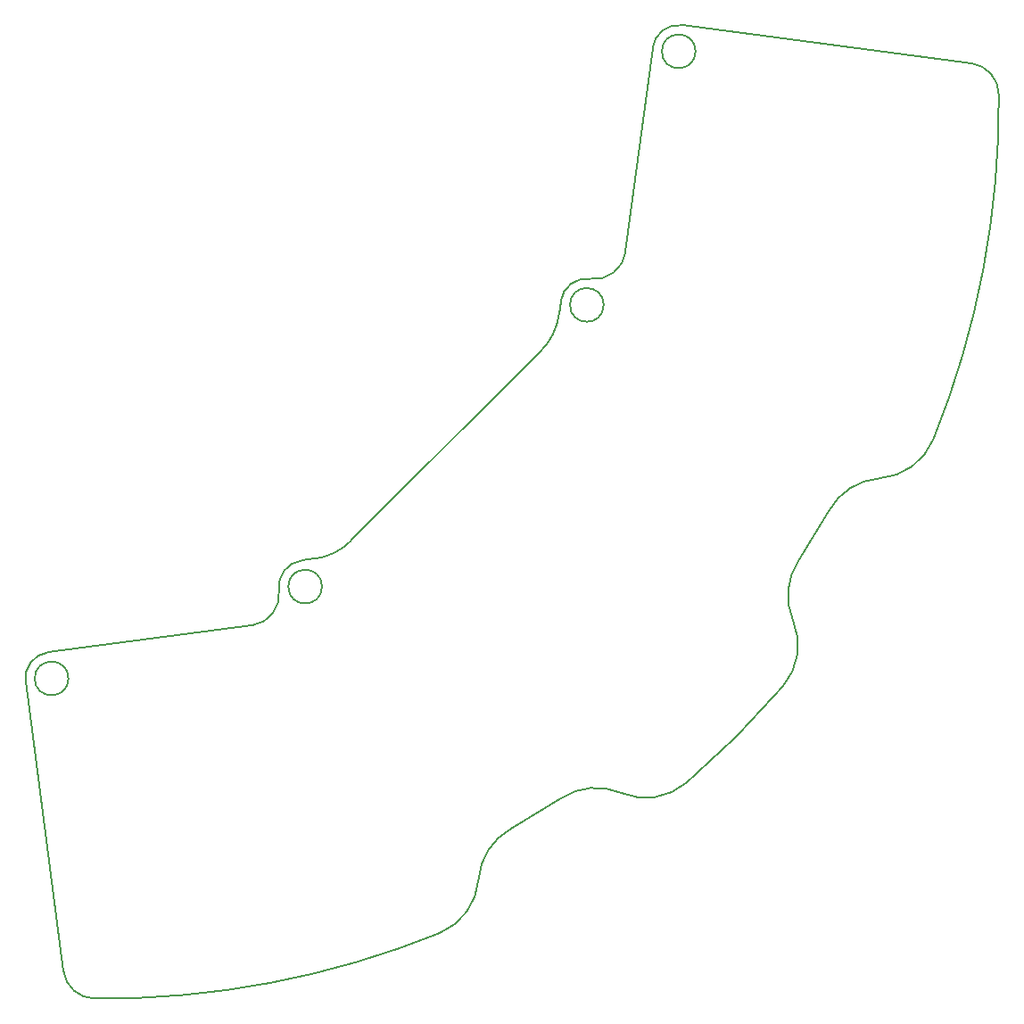
<source format=gbr>
%TF.GenerationSoftware,KiCad,Pcbnew,(6.0.8)*%
%TF.CreationDate,2022-10-14T23:08:25+09:00*%
%TF.ProjectId,ORION_VV_driver_v2,4f52494f-4e5f-4565-965f-647269766572,rev?*%
%TF.SameCoordinates,Original*%
%TF.FileFunction,Profile,NP*%
%FSLAX46Y46*%
G04 Gerber Fmt 4.6, Leading zero omitted, Abs format (unit mm)*
G04 Created by KiCad (PCBNEW (6.0.8)) date 2022-10-14 23:08:25*
%MOMM*%
%LPD*%
G01*
G04 APERTURE LIST*
%TA.AperFunction,Profile*%
%ADD10C,0.200000*%
%TD*%
G04 APERTURE END LIST*
D10*
X69985496Y-145015070D02*
G75*
G03*
X72568250Y-141649151I-391560J2974319D01*
G01*
X94554910Y-164323305D02*
G75*
G03*
X99349808Y-161403729I-38661027J68891215D01*
G01*
X74720556Y-138844292D02*
G75*
G03*
X72568250Y-141649151I326304J-2478604D01*
G01*
X105000308Y-160893702D02*
G75*
G03*
X99349808Y-161403729I-2349979J-5520454D01*
G01*
X50652327Y-147560382D02*
G75*
G03*
X48500023Y-150365252I326386J-2478666D01*
G01*
X48500023Y-150365252D02*
X52114240Y-177817957D01*
X121866230Y-138887309D02*
G75*
G03*
X124785802Y-134092415I-65974115J43457411D01*
G01*
X110827752Y-88037523D02*
X138280457Y-91651740D01*
X129571622Y-131045412D02*
G75*
G03*
X134687002Y-127312564I-446508J5983285D01*
G01*
X121866207Y-138887293D02*
G75*
G03*
X121356210Y-144537805I5010873J-3300536D01*
G01*
X129571622Y-131045411D02*
G75*
G03*
X124785802Y-134092415I446568J-5983367D01*
G01*
X76646863Y-141322835D02*
G75*
G03*
X76646863Y-141322835I-1600000J0D01*
G01*
X140888751Y-94596651D02*
G75*
G03*
X138280457Y-91651740I-2999756J-29337D01*
G01*
X108022825Y-90189820D02*
X105477564Y-109522995D01*
X97440160Y-118936777D02*
G75*
G03*
X99146204Y-115477309I-4242505J4242603D01*
G01*
X50652320Y-147560325D02*
X69985495Y-145015064D01*
X105000300Y-160893723D02*
G75*
G03*
X111258432Y-159925665I2349956J5520686D01*
G01*
X110827755Y-88037504D02*
G75*
G03*
X108022825Y-90189820I-326349J-2478568D01*
G01*
X52578635Y-150038937D02*
G75*
G03*
X52578635Y-150038937I-1600000J0D01*
G01*
X120388155Y-150795923D02*
G75*
G03*
X121356210Y-144537805I-4552618J3908167D01*
G01*
X94554911Y-164323306D02*
G75*
G03*
X91507912Y-169109122I2936367J-5232384D01*
G01*
X75939809Y-138683704D02*
X74720547Y-138844224D01*
X102111651Y-112105746D02*
G75*
G03*
X99306724Y-114258047I-326368J-2478543D01*
G01*
X87775058Y-174224487D02*
G75*
G03*
X91507912Y-169109122I-2250502J5561944D01*
G01*
X97440176Y-118936793D02*
X79399293Y-136977676D01*
X111258432Y-159925665D02*
G75*
G03*
X120388165Y-150795932I-55365468J64495201D01*
G01*
X55059151Y-180426235D02*
G75*
G03*
X87775064Y-174224502I833671J84995913D01*
G01*
X75939812Y-138683728D02*
G75*
G03*
X79399293Y-136977676I-783280J5948856D01*
G01*
X103385335Y-114584363D02*
G75*
G03*
X103385335Y-114584363I-1600000J0D01*
G01*
X112101437Y-90516135D02*
G75*
G03*
X112101437Y-90516135I-1600000J0D01*
G01*
X134687001Y-127312564D02*
G75*
G03*
X140888734Y-94596651I-78794179J31882242D01*
G01*
X52114273Y-177817953D02*
G75*
G03*
X55059151Y-180426234I2974357J391599D01*
G01*
X99146204Y-115477309D02*
X99306724Y-114258047D01*
X102111652Y-112105744D02*
G75*
G03*
X105477564Y-109522995I391599J2974308D01*
G01*
M02*

</source>
